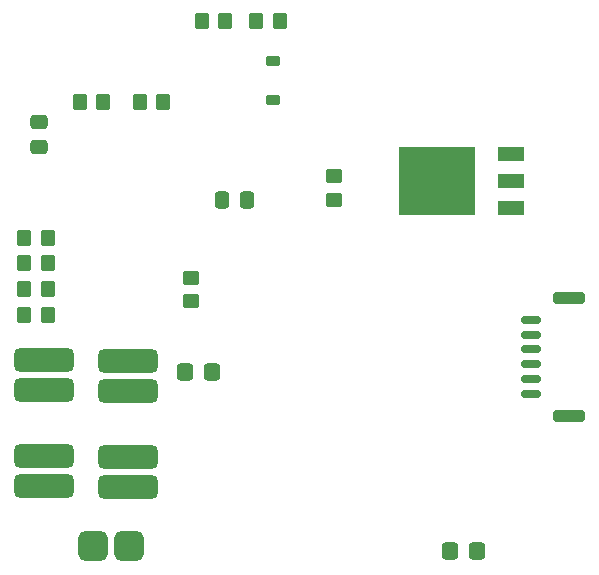
<source format=gbp>
G04 #@! TF.GenerationSoftware,KiCad,Pcbnew,7.0.9*
G04 #@! TF.CreationDate,2024-07-05T17:08:16+09:00*
G04 #@! TF.ProjectId,YAMADAmain_correct,59414d41-4441-46d6-9169-6e5f636f7272,rev?*
G04 #@! TF.SameCoordinates,Original*
G04 #@! TF.FileFunction,Paste,Bot*
G04 #@! TF.FilePolarity,Positive*
%FSLAX46Y46*%
G04 Gerber Fmt 4.6, Leading zero omitted, Abs format (unit mm)*
G04 Created by KiCad (PCBNEW 7.0.9) date 2024-07-05 17:08:16*
%MOMM*%
%LPD*%
G01*
G04 APERTURE LIST*
G04 Aperture macros list*
%AMRoundRect*
0 Rectangle with rounded corners*
0 $1 Rounding radius*
0 $2 $3 $4 $5 $6 $7 $8 $9 X,Y pos of 4 corners*
0 Add a 4 corners polygon primitive as box body*
4,1,4,$2,$3,$4,$5,$6,$7,$8,$9,$2,$3,0*
0 Add four circle primitives for the rounded corners*
1,1,$1+$1,$2,$3*
1,1,$1+$1,$4,$5*
1,1,$1+$1,$6,$7*
1,1,$1+$1,$8,$9*
0 Add four rect primitives between the rounded corners*
20,1,$1+$1,$2,$3,$4,$5,0*
20,1,$1+$1,$4,$5,$6,$7,0*
20,1,$1+$1,$6,$7,$8,$9,0*
20,1,$1+$1,$8,$9,$2,$3,0*%
G04 Aperture macros list end*
%ADD10RoundRect,0.635000X0.635000X0.635000X-0.635000X0.635000X-0.635000X-0.635000X0.635000X-0.635000X0*%
%ADD11RoundRect,0.292875X0.394625X0.432125X-0.394625X0.432125X-0.394625X-0.432125X0.394625X-0.432125X0*%
%ADD12RoundRect,0.250000X-0.350000X-0.450000X0.350000X-0.450000X0.350000X0.450000X-0.350000X0.450000X0*%
%ADD13RoundRect,0.250000X-1.100000X0.250000X-1.100000X-0.250000X1.100000X-0.250000X1.100000X0.250000X0*%
%ADD14RoundRect,0.150000X-0.700000X0.150000X-0.700000X-0.150000X0.700000X-0.150000X0.700000X0.150000X0*%
%ADD15RoundRect,0.292875X-0.394625X-0.432125X0.394625X-0.432125X0.394625X0.432125X-0.394625X0.432125X0*%
%ADD16RoundRect,0.508000X2.032000X-0.508000X2.032000X0.508000X-2.032000X0.508000X-2.032000X-0.508000X0*%
%ADD17RoundRect,0.250000X0.337500X0.475000X-0.337500X0.475000X-0.337500X-0.475000X0.337500X-0.475000X0*%
%ADD18RoundRect,0.225000X0.375000X-0.225000X0.375000X0.225000X-0.375000X0.225000X-0.375000X-0.225000X0*%
%ADD19RoundRect,0.250000X0.350000X0.450000X-0.350000X0.450000X-0.350000X-0.450000X0.350000X-0.450000X0*%
%ADD20RoundRect,0.250000X0.475000X-0.337500X0.475000X0.337500X-0.475000X0.337500X-0.475000X-0.337500X0*%
%ADD21R,2.200000X1.200000*%
%ADD22R,6.400000X5.800000*%
%ADD23RoundRect,0.250000X0.450000X-0.350000X0.450000X0.350000X-0.450000X0.350000X-0.450000X-0.350000X0*%
G04 APERTURE END LIST*
D10*
X123824000Y-114300000D03*
X120776000Y-114300000D03*
D11*
X128585000Y-99560000D03*
X130860000Y-99560000D03*
D12*
X116914000Y-90322400D03*
X114914000Y-90322400D03*
D13*
X161058000Y-103233000D03*
X161058000Y-93283000D03*
D14*
X157858000Y-101383000D03*
X157858000Y-100133000D03*
X157858000Y-98883000D03*
X157858000Y-97633000D03*
X157858000Y-96383000D03*
X157858000Y-95133000D03*
D15*
X153255900Y-114686400D03*
X150980900Y-114686400D03*
D16*
X123755000Y-98607999D03*
X123755000Y-101147999D03*
D17*
X131708500Y-84960000D03*
X133783500Y-84960000D03*
D12*
X116914000Y-92506800D03*
X114914000Y-92506800D03*
X116914000Y-94691200D03*
X114914000Y-94691200D03*
X116914000Y-88176000D03*
X114914000Y-88176000D03*
D16*
X116634600Y-106685199D03*
X116634600Y-109225199D03*
X116634600Y-98552000D03*
X116634600Y-101092000D03*
X123704200Y-106730800D03*
X123704200Y-109270800D03*
D18*
X135964000Y-73210000D03*
X135964000Y-76510000D03*
D19*
X134560000Y-69850000D03*
X136560000Y-69850000D03*
X119638400Y-76708000D03*
X121638400Y-76708000D03*
D20*
X116152000Y-78412500D03*
X116152000Y-80487500D03*
D19*
X129960000Y-69850000D03*
X131960000Y-69850000D03*
D21*
X156160000Y-85640000D03*
D22*
X149860000Y-83360000D03*
D21*
X156160000Y-83360000D03*
X156160000Y-81080000D03*
D23*
X141128000Y-82987000D03*
X141128000Y-84987000D03*
D19*
X124718400Y-76708000D03*
X126718400Y-76708000D03*
D23*
X129060000Y-91560000D03*
X129060000Y-93560000D03*
M02*

</source>
